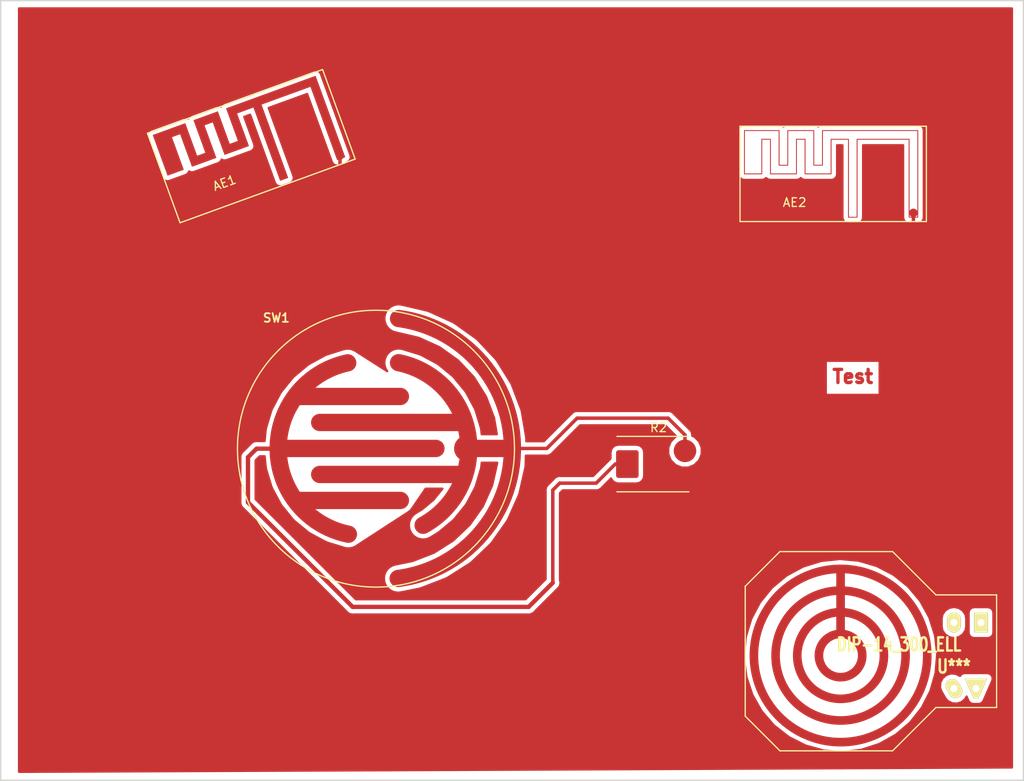
<source format=kicad_pcb>
(kicad_pcb (version 20171130) (host pcbnew "(5.0.0-rc2-151-g11ab8f6dc)")
  (layers (0 F.Cu signal) (31 B.Cu signal) (34 B.Paste user) (35 F.Paste user) (36 B.SilkS user) (37 F.SilkS user) (38 B.Mask user) (39 F.Mask user) (44 Edge.Cuts user))
  (net 0 "")
  (net 1 /PAD2)
  (net 2 /PAD1)
  (net 3 GND)
  (module Dip_sockets:DIP-14__300_ELL (layer F.Cu) (at 165.9 123.6 180)
    (fp_text reference U*** (at -5.08 -1.27 180) (layer F.SilkS) (effects (font (size 1.524 1.143) (thickness 0.3048))))
    (fp_text value DIP-14_300_ELL (at 1.27 1.27 180) (layer F.SilkS) (effects (font (size 1.524 1.143) (thickness 0.3048))))
    (fp_line (start -9 -6) (end -3 -6) (layer F.SilkS) (width 0.15))
    (fp_line (start -3 -6) (end 2 -11) (layer F.SilkS) (width 0.15))
    (fp_line (start 2 -11) (end 15 -11) (layer F.SilkS) (width 0.15))
    (fp_line (start 15 -11) (end 19 -7) (layer F.SilkS) (width 0.15))
    (fp_line (start 19 -7) (end 19 8) (layer F.SilkS) (width 0.15))
    (fp_line (start 19 8) (end 15 12) (layer F.SilkS) (width 0.15))
    (fp_line (start 15 12) (end 2 12) (layer F.SilkS) (width 0.15))
    (fp_line (start 2 12) (end -3 7) (layer F.SilkS) (width 0.15))
    (fp_line (start -3 7) (end -10 7) (layer F.SilkS) (width 0.15))
    (fp_line (start -10 7) (end -10 -6) (layer F.SilkS) (width 0.15))
    (fp_line (start -10 -6) (end -9 -6) (layer F.SilkS) (width 0.15))
    (pad 3 thru_hole trapezoid (at -7.62 -3.81 180) (size 1.5748 2.286) (rect_delta 0 1) (drill 0.8128) (layers *.Cu *.Mask F.SilkS))
    (pad 4 thru_hole oval (at -5.08 -3.81 210) (size 1.5748 2.286) (drill 0.8128) (layers *.Cu *.Mask F.SilkS))
    (pad 5 connect custom (at 8 10 180) (size 1 1) (layers F.Cu F.Mask) (options (clearance outline) (anchor circle)) (primitives (gr_circle (center 0 -10) (end 2.5 -10) (width 1)) (gr_circle (center 0 -10) (end 5 -10) (width 1)) (gr_circle (center 0 -10) (end 7.5 -10) (width 1)) (gr_circle (center 0 -10) (end 10 -10) (width 1)) (gr_line (start 0 0) (end 0 -7.5) (width 1))))
    (pad 2 thru_hole oval (at -5.08 3.81 180) (size 1.5748 2.286) (drill 0.8128) (layers *.Cu *.Mask F.SilkS))
    (pad 1 thru_hole rect (at -8.2 3.8 180) (size 1.5748 2.286) (drill 0.8128) (layers *.Cu *.Mask F.SilkS))
  )
  (module Discret:C2 (layer F.Cu) (at 104.299 99.72)
    (fp_text reference SW1 (at -11.5 -15.1) (layer F.SilkS) (effects (font (thickness 0.2))))
    (fp_text value R hide)
    (fp_circle (center 0 0) (end 11.3 -11.3) (layer F.SilkS) (width 0.15))
    (pad 2 connect custom (at 10.509 -0.025 270) (size 3 3) (layers F.Cu F.Mask) (net 1 /PAD2) (options (clearance outline) (anchor circle)) (primitives (gr_line (start 3 0.5) (end 3 17) (width 2)) (gr_line (start -3 0.5) (end -3 17) (width 2)) (gr_arc (start 0 9.9) (end -9.9 7.9) (angle 140) (width 2)) (gr_arc (start 0 9.9) (end -15 7.9) (angle 165) (width 2)) (gr_line (start 0 0) (end 0 -5) (width 2))))
    (pad 1 connect custom (at -11.081 -0.025 90) (size 1.397 1.397) (layers F.Cu F.Mask) (net 2 /PAD1) (options (clearance convexhull) (anchor rect)) (primitives (gr_line (start 6 1.9) (end 6 13.9) (width 2)) (gr_line (start -6 1.9) (end -6 13.9) (width 2)) (gr_line (start 0 -0.1) (end 0 18) (width 2)) (gr_arc (start 0 9.9) (end -9.9 7.9) (angle 156.7) (width 2))))
  )
  (module Connect:1pin (layer F.Cu) (at 166.3 72.5)
    (fp_text reference AE2 (at -13.7 -1.2) (layer F.SilkS))
    (fp_text value Antenna)
    (fp_line (start -20 -10) (end 1.5 -10) (layer F.SilkS) (width 0.15))
    (fp_line (start 1.5 -10) (end 1.5 1) (layer F.SilkS) (width 0.15))
    (fp_line (start 1.5 1) (end -20 1) (layer F.SilkS) (width 0.15))
    (fp_line (start -20 1) (end -20 -10) (layer F.SilkS) (width 0.15))
    (pad 1 smd custom (at 0 0) (size 1 1) (layers F.Cu F.Paste F.Mask) (net 3 GND) (options (clearance outline) (anchor circle)) (primitives (gr_line (start -0.4928 -8.5) (end -0.4928 0.5) (width 0.1)) (gr_line (start -6.4928 -8.5) (end -0.4928 -8.5) (width 0.1)) (gr_line (start -6.4928 0.5) (end -6.4928 -8.5) (width 0.1)) (gr_line (start -7.4928 0.5) (end -6.4928 0.5) (width 0.1)) (gr_line (start -7.4928 -8.5) (end -7.4928 0.5) (width 0.1)) (gr_line (start -9.4928 -8.5) (end -7.4928 -8.5) (width 0.1)) (gr_line (start -9.4928 -4.5) (end -9.4928 -8.5) (width 0.1)) (gr_line (start -12.4928 -4.5) (end -9.4928 -4.5) (width 0.1)) (gr_line (start -12.4928 -8.5) (end -12.4928 -4.5) (width 0.1)) (gr_line (start -13.4928 -8.5) (end -12.4928 -8.5) (width 0.1)) (gr_line (start -13.4928 -4.5) (end -13.4928 -8.5) (width 0.1)) (gr_line (start -16.4928 -4.5) (end -13.4928 -4.5) (width 0.1)) (gr_line (start -16.4928 -8.5) (end -16.4928 -4.5) (width 0.1)) (gr_line (start -17.4928 -8.5) (end -16.4928 -8.5) (width 0.1)) (gr_line (start -17.4928 -4.5) (end -17.4928 -8.5) (width 0.1)) (gr_line (start -19.4928 -4.5) (end -17.4928 -4.5) (width 0.1)) (gr_line (start -19.4928 -9.5) (end -19.4928 -4.5) (width 0.1)) (gr_line (start -15.4928 -9.5) (end -19.4928 -9.5) (width 0.1)) (gr_line (start -15.4928 -5.5) (end -15.4928 -9.5) (width 0.1)) (gr_line (start -14.4928 -5.5) (end -15.4928 -5.5) (width 0.1)) (gr_line (start -14.4928 -9.5) (end -14.4928 -5.5) (width 0.1)) (gr_line (start -11.4928 -9.5) (end -14.4928 -9.5) (width 0.1)) (gr_line (start -11.4928 -5.5) (end -11.4928 -9.5) (width 0.1)) (gr_line (start -10.4928 -5.5) (end -11.4928 -5.5) (width 0.1)) (gr_line (start -10.4928 -9.5) (end -10.4928 -5.5) (width 0.1)) (gr_line (start 0.5072 -9.5) (end -10.4928 -9.5) (width 0.1)) (gr_line (start 0.5072 0.5) (end 0.5072 -9.5) (width 0.1)) (gr_line (start -0.4928 0.5) (end 0.5072 0.5) (width 0.1))))
  )
  (module Connect:1pin (layer F.Cu) (at 100.15 65.86 20)
    (fp_text reference AE1 (at -13.619 -1.567 20) (layer F.SilkS))
    (fp_text value Antenna)
    (fp_line (start -20 -10) (end 1.5 -10) (layer F.SilkS) (width 0.15))
    (fp_line (start 1.5 -10) (end 1.5 1) (layer F.SilkS) (width 0.15))
    (fp_line (start 1.5 1) (end -20 1) (layer F.SilkS) (width 0.15))
    (fp_line (start -20 1) (end -20 -10) (layer F.SilkS) (width 0.15))
    (pad 1 connect custom (at 0 0 20) (size 1 1) (layers F.Cu F.Mask) (net 3 GND) (options (clearance outline) (anchor circle)) (primitives (gr_poly (pts (xy 0.5 0.4) (xy 0.5 -9.6) (xy -10.5 -9.6) (xy -10.5 -5.6) (xy -11.5 -5.6) (xy -11.5 -9.6) (xy -14.5 -9.6) (xy -14.5 -5.6) (xy -15.5 -5.6) (xy -15.5 -9.6) (xy -19.5 -9.6) (xy -19.5 -4.6) (xy -17.5 -4.6) (xy -17.5 -8.6) (xy -16.5 -8.6) (xy -16.5 -4.6) (xy -13.5 -4.6) (xy -13.5 -8.6) (xy -12.5 -8.6) (xy -12.5 -4.6) (xy -9.5 -4.6) (xy -9.5 -8.6) (xy -7.5 -8.6) (xy -7.5 0.4) (xy -6.5 0.4) (xy -6.5 -8.6) (xy -0.5 -8.6) (xy -0.5 0.4)) (width 0))))
  )
  (module Diodes_SMD:DO-214AB (layer F.Cu) (at 136.9 101.5)
    (fp_text reference R2 (at 0 -4.2) (layer F.SilkS))
    (fp_text value R)
    (fp_line (start 3.5 3.2) (end -4.8 3.2) (layer F.SilkS) (width 0.15))
    (fp_line (start -4.8 -3.2) (end 3.5 -3.2) (layer F.SilkS) (width 0.15))
    (pad 1 smd roundrect (at -3.6 0) (size 2.6 3.2) (layers F.Cu F.Paste F.Mask) (roundrect_rratio 0.1) (net 2 /PAD1))
    (pad 2 smd circle (at 3.048 -1.524) (size 2.6 2.6) (layers F.Cu F.Paste F.Mask) (net 1 /PAD2))
  )
  (gr_text Test (at 159.3 91.4) (layer F.Cu) (effects (font (size 1.524 1.524) (thickness 0.381))))
  (gr_line (start 61 138) (end 61 48) (angle 90) (layer Edge.Cuts) (width 0.15))
  (gr_line (start 179 138) (end 61 138) (angle 90) (layer Edge.Cuts) (width 0.15))
  (gr_line (start 179 48) (end 179 138) (angle 90) (layer Edge.Cuts) (width 0.15))
  (gr_line (start 61 48) (end 179 48) (angle 90) (layer Edge.Cuts) (width 0.15))
  (segment (start 138.010477 96.2) (end 127.5 96.2) (width 0.4) (layer F.Cu) (net 1))
  (segment (start 114.808 99.695) (end 124.005 99.695) (width 0.4) (layer F.Cu) (net 1))
  (segment (start 124.005 99.695) (end 127.5 96.2) (width 0.4) (layer F.Cu) (net 1))
  (segment (start 139.948 99.976) (end 139.948 98.137523) (width 0.4) (layer F.Cu) (net 1))
  (segment (start 139.948 98.137523) (end 138.010477 96.2) (width 0.4) (layer F.Cu) (net 1))
  (segment (start 124.7 115.2) (end 121.917 117.983) (width 0.5) (layer F.Cu) (net 2))
  (segment (start 125.5 103.7) (end 124.7 104.5) (width 0.4) (layer F.Cu) (net 2))
  (segment (start 124.7 104.5) (end 124.7 115.2) (width 0.4) (layer F.Cu) (net 2))
  (segment (start 129.7 103.7) (end 125.5 103.7) (width 0.4) (layer F.Cu) (net 2))
  (segment (start 133.3 101.5) (end 131.9 101.5) (width 0.4) (layer F.Cu) (net 2))
  (segment (start 131.9 101.5) (end 129.7 103.7) (width 0.4) (layer F.Cu) (net 2))
  (segment (start 121.917 117.983) (end 101.6 117.983) (width 0.5) (layer F.Cu) (net 2))
  (segment (start 101.6 117.983) (end 89.535 105.918) (width 0.5) (layer F.Cu) (net 2))
  (segment (start 89.535 105.918) (end 89.535 100.711) (width 0.5) (layer F.Cu) (net 2))
  (segment (start 89.535 100.711) (end 90.526 99.72) (width 0.5) (layer F.Cu) (net 2))
  (segment (start 90.526 99.72) (end 93.799 99.72) (width 0.5) (layer F.Cu) (net 2))
  (segment (start 166.3 72.5) (end 166.3 75.5) (width 0.4) (layer F.Cu) (net 3))
  (segment (start 100.15 68.65) (end 101.6 70.1) (width 0.4) (layer F.Cu) (net 3))
  (segment (start 100.15 65.86) (end 100.15 68.65) (width 0.4) (layer F.Cu) (net 3))
  (zone (net 3) (net_name GND) (layer F.Cu) (connect_pads (clearance 0.5)) (min_thickness 0.254) (fill yes (mode segment) (arc_segments 16) (thermal_gap 0.508) (thermal_bridge_width 0.508))
    (polygon (pts (xy 62.992 48.768) (xy 177.8 48.768) (xy 177.8 136.652) (xy 62.992 137.16)))
  )
)
</source>
